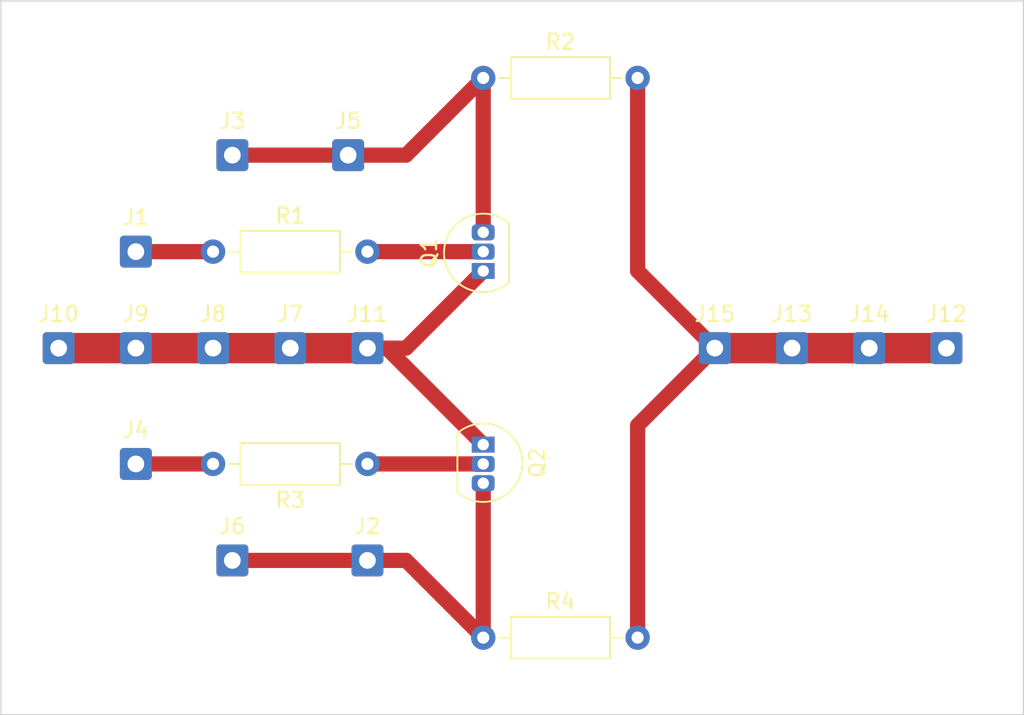
<source format=kicad_pcb>
(kicad_pcb (version 20171130) (host pcbnew 5.1.6-c6e7f7d~87~ubuntu20.04.1)

  (general
    (thickness 1.6)
    (drawings 4)
    (tracks 29)
    (zones 0)
    (modules 21)
    (nets 9)
  )

  (page A4)
  (layers
    (0 F.Cu signal)
    (31 B.Cu signal)
    (32 B.Adhes user)
    (33 F.Adhes user)
    (34 B.Paste user)
    (35 F.Paste user)
    (36 B.SilkS user)
    (37 F.SilkS user)
    (38 B.Mask user)
    (39 F.Mask user)
    (40 Dwgs.User user)
    (41 Cmts.User user)
    (42 Eco1.User user)
    (43 Eco2.User user)
    (44 Edge.Cuts user)
    (45 Margin user)
    (46 B.CrtYd user)
    (47 F.CrtYd user)
    (48 B.Fab user)
    (49 F.Fab user)
  )

  (setup
    (last_trace_width 2)
    (user_trace_width 1)
    (user_trace_width 2)
    (trace_clearance 0.2)
    (zone_clearance 0.508)
    (zone_45_only no)
    (trace_min 0.2)
    (via_size 0.8)
    (via_drill 0.4)
    (via_min_size 0.4)
    (via_min_drill 0.3)
    (uvia_size 0.3)
    (uvia_drill 0.1)
    (uvias_allowed no)
    (uvia_min_size 0.2)
    (uvia_min_drill 0.1)
    (edge_width 0.05)
    (segment_width 0.2)
    (pcb_text_width 0.3)
    (pcb_text_size 1.5 1.5)
    (mod_edge_width 0.12)
    (mod_text_size 1 1)
    (mod_text_width 0.15)
    (pad_size 1.524 1.524)
    (pad_drill 0.762)
    (pad_to_mask_clearance 0.05)
    (aux_axis_origin 0 0)
    (visible_elements FFFFFF7F)
    (pcbplotparams
      (layerselection 0x010fc_ffffffff)
      (usegerberextensions false)
      (usegerberattributes true)
      (usegerberadvancedattributes true)
      (creategerberjobfile true)
      (excludeedgelayer true)
      (linewidth 0.100000)
      (plotframeref true)
      (viasonmask false)
      (mode 1)
      (useauxorigin false)
      (hpglpennumber 1)
      (hpglpenspeed 20)
      (hpglpendiameter 15.000000)
      (psnegative false)
      (psa4output false)
      (plotreference true)
      (plotvalue true)
      (plotinvisibletext false)
      (padsonsilk false)
      (subtractmaskfromsilk false)
      (outputformat 1)
      (mirror false)
      (drillshape 0)
      (scaleselection 1)
      (outputdirectory "gerber/"))
  )

  (net 0 "")
  (net 1 "Net-(J1-Pad1)")
  (net 2 "Net-(J2-Pad1)")
  (net 3 "Net-(J3-Pad1)")
  (net 4 "Net-(J4-Pad1)")
  (net 5 GND)
  (net 6 +5V)
  (net 7 "Net-(Q1-Pad2)")
  (net 8 "Net-(Q2-Pad2)")

  (net_class Default "This is the default net class."
    (clearance 0.2)
    (trace_width 0.25)
    (via_dia 0.8)
    (via_drill 0.4)
    (uvia_dia 0.3)
    (uvia_drill 0.1)
    (add_net +5V)
    (add_net GND)
    (add_net "Net-(J1-Pad1)")
    (add_net "Net-(J2-Pad1)")
    (add_net "Net-(J3-Pad1)")
    (add_net "Net-(J4-Pad1)")
    (add_net "Net-(Q1-Pad2)")
    (add_net "Net-(Q2-Pad2)")
  )

  (module Resistor_THT:R_Axial_DIN0207_L6.3mm_D2.5mm_P10.16mm_Horizontal (layer F.Cu) (tedit 5AE5139B) (tstamp 5F9EF86A)
    (at 134.62 99.06)
    (descr "Resistor, Axial_DIN0207 series, Axial, Horizontal, pin pitch=10.16mm, 0.25W = 1/4W, length*diameter=6.3*2.5mm^2, http://cdn-reichelt.de/documents/datenblatt/B400/1_4W%23YAG.pdf")
    (tags "Resistor Axial_DIN0207 series Axial Horizontal pin pitch 10.16mm 0.25W = 1/4W length 6.3mm diameter 2.5mm")
    (path /5F8FB320)
    (fp_text reference R4 (at 5.08 -2.37) (layer F.SilkS)
      (effects (font (size 1 1) (thickness 0.15)))
    )
    (fp_text value 1000 (at 5.08 2.37) (layer F.Fab)
      (effects (font (size 1 1) (thickness 0.15)))
    )
    (fp_text user %R (at 5.08 0) (layer F.Fab)
      (effects (font (size 1 1) (thickness 0.15)))
    )
    (fp_line (start 1.93 -1.25) (end 1.93 1.25) (layer F.Fab) (width 0.1))
    (fp_line (start 1.93 1.25) (end 8.23 1.25) (layer F.Fab) (width 0.1))
    (fp_line (start 8.23 1.25) (end 8.23 -1.25) (layer F.Fab) (width 0.1))
    (fp_line (start 8.23 -1.25) (end 1.93 -1.25) (layer F.Fab) (width 0.1))
    (fp_line (start 0 0) (end 1.93 0) (layer F.Fab) (width 0.1))
    (fp_line (start 10.16 0) (end 8.23 0) (layer F.Fab) (width 0.1))
    (fp_line (start 1.81 -1.37) (end 1.81 1.37) (layer F.SilkS) (width 0.12))
    (fp_line (start 1.81 1.37) (end 8.35 1.37) (layer F.SilkS) (width 0.12))
    (fp_line (start 8.35 1.37) (end 8.35 -1.37) (layer F.SilkS) (width 0.12))
    (fp_line (start 8.35 -1.37) (end 1.81 -1.37) (layer F.SilkS) (width 0.12))
    (fp_line (start 1.04 0) (end 1.81 0) (layer F.SilkS) (width 0.12))
    (fp_line (start 9.12 0) (end 8.35 0) (layer F.SilkS) (width 0.12))
    (fp_line (start -1.05 -1.5) (end -1.05 1.5) (layer F.CrtYd) (width 0.05))
    (fp_line (start -1.05 1.5) (end 11.21 1.5) (layer F.CrtYd) (width 0.05))
    (fp_line (start 11.21 1.5) (end 11.21 -1.5) (layer F.CrtYd) (width 0.05))
    (fp_line (start 11.21 -1.5) (end -1.05 -1.5) (layer F.CrtYd) (width 0.05))
    (pad 2 thru_hole oval (at 10.16 0) (size 1.6 1.6) (drill 0.8) (layers *.Cu *.Mask)
      (net 6 +5V))
    (pad 1 thru_hole circle (at 0 0) (size 1.6 1.6) (drill 0.8) (layers *.Cu *.Mask)
      (net 2 "Net-(J2-Pad1)"))
    (model ${KISYS3DMOD}/Resistor_THT.3dshapes/R_Axial_DIN0207_L6.3mm_D2.5mm_P10.16mm_Horizontal.wrl
      (at (xyz 0 0 0))
      (scale (xyz 1 1 1))
      (rotate (xyz 0 0 0))
    )
  )

  (module Resistor_THT:R_Axial_DIN0207_L6.3mm_D2.5mm_P10.16mm_Horizontal (layer F.Cu) (tedit 5AE5139B) (tstamp 5F9EF853)
    (at 127 87.63 180)
    (descr "Resistor, Axial_DIN0207 series, Axial, Horizontal, pin pitch=10.16mm, 0.25W = 1/4W, length*diameter=6.3*2.5mm^2, http://cdn-reichelt.de/documents/datenblatt/B400/1_4W%23YAG.pdf")
    (tags "Resistor Axial_DIN0207 series Axial Horizontal pin pitch 10.16mm 0.25W = 1/4W length 6.3mm diameter 2.5mm")
    (path /5F8FB2D2)
    (fp_text reference R3 (at 5.08 -2.37) (layer F.SilkS)
      (effects (font (size 1 1) (thickness 0.15)))
    )
    (fp_text value 1000 (at 5.08 2.37) (layer F.Fab)
      (effects (font (size 1 1) (thickness 0.15)))
    )
    (fp_text user %R (at 5.08 0) (layer F.Fab)
      (effects (font (size 1 1) (thickness 0.15)))
    )
    (fp_line (start 1.93 -1.25) (end 1.93 1.25) (layer F.Fab) (width 0.1))
    (fp_line (start 1.93 1.25) (end 8.23 1.25) (layer F.Fab) (width 0.1))
    (fp_line (start 8.23 1.25) (end 8.23 -1.25) (layer F.Fab) (width 0.1))
    (fp_line (start 8.23 -1.25) (end 1.93 -1.25) (layer F.Fab) (width 0.1))
    (fp_line (start 0 0) (end 1.93 0) (layer F.Fab) (width 0.1))
    (fp_line (start 10.16 0) (end 8.23 0) (layer F.Fab) (width 0.1))
    (fp_line (start 1.81 -1.37) (end 1.81 1.37) (layer F.SilkS) (width 0.12))
    (fp_line (start 1.81 1.37) (end 8.35 1.37) (layer F.SilkS) (width 0.12))
    (fp_line (start 8.35 1.37) (end 8.35 -1.37) (layer F.SilkS) (width 0.12))
    (fp_line (start 8.35 -1.37) (end 1.81 -1.37) (layer F.SilkS) (width 0.12))
    (fp_line (start 1.04 0) (end 1.81 0) (layer F.SilkS) (width 0.12))
    (fp_line (start 9.12 0) (end 8.35 0) (layer F.SilkS) (width 0.12))
    (fp_line (start -1.05 -1.5) (end -1.05 1.5) (layer F.CrtYd) (width 0.05))
    (fp_line (start -1.05 1.5) (end 11.21 1.5) (layer F.CrtYd) (width 0.05))
    (fp_line (start 11.21 1.5) (end 11.21 -1.5) (layer F.CrtYd) (width 0.05))
    (fp_line (start 11.21 -1.5) (end -1.05 -1.5) (layer F.CrtYd) (width 0.05))
    (pad 2 thru_hole oval (at 10.16 0 180) (size 1.6 1.6) (drill 0.8) (layers *.Cu *.Mask)
      (net 4 "Net-(J4-Pad1)"))
    (pad 1 thru_hole circle (at 0 0 180) (size 1.6 1.6) (drill 0.8) (layers *.Cu *.Mask)
      (net 8 "Net-(Q2-Pad2)"))
    (model ${KISYS3DMOD}/Resistor_THT.3dshapes/R_Axial_DIN0207_L6.3mm_D2.5mm_P10.16mm_Horizontal.wrl
      (at (xyz 0 0 0))
      (scale (xyz 1 1 1))
      (rotate (xyz 0 0 0))
    )
  )

  (module Resistor_THT:R_Axial_DIN0207_L6.3mm_D2.5mm_P10.16mm_Horizontal (layer F.Cu) (tedit 5AE5139B) (tstamp 5F9EF83C)
    (at 134.62 62.23)
    (descr "Resistor, Axial_DIN0207 series, Axial, Horizontal, pin pitch=10.16mm, 0.25W = 1/4W, length*diameter=6.3*2.5mm^2, http://cdn-reichelt.de/documents/datenblatt/B400/1_4W%23YAG.pdf")
    (tags "Resistor Axial_DIN0207 series Axial Horizontal pin pitch 10.16mm 0.25W = 1/4W length 6.3mm diameter 2.5mm")
    (path /5F8EC374)
    (fp_text reference R2 (at 5.08 -2.37) (layer F.SilkS)
      (effects (font (size 1 1) (thickness 0.15)))
    )
    (fp_text value 1000 (at 5.08 2.37) (layer F.Fab)
      (effects (font (size 1 1) (thickness 0.15)))
    )
    (fp_text user %R (at 5.08 0) (layer F.Fab)
      (effects (font (size 1 1) (thickness 0.15)))
    )
    (fp_line (start 1.93 -1.25) (end 1.93 1.25) (layer F.Fab) (width 0.1))
    (fp_line (start 1.93 1.25) (end 8.23 1.25) (layer F.Fab) (width 0.1))
    (fp_line (start 8.23 1.25) (end 8.23 -1.25) (layer F.Fab) (width 0.1))
    (fp_line (start 8.23 -1.25) (end 1.93 -1.25) (layer F.Fab) (width 0.1))
    (fp_line (start 0 0) (end 1.93 0) (layer F.Fab) (width 0.1))
    (fp_line (start 10.16 0) (end 8.23 0) (layer F.Fab) (width 0.1))
    (fp_line (start 1.81 -1.37) (end 1.81 1.37) (layer F.SilkS) (width 0.12))
    (fp_line (start 1.81 1.37) (end 8.35 1.37) (layer F.SilkS) (width 0.12))
    (fp_line (start 8.35 1.37) (end 8.35 -1.37) (layer F.SilkS) (width 0.12))
    (fp_line (start 8.35 -1.37) (end 1.81 -1.37) (layer F.SilkS) (width 0.12))
    (fp_line (start 1.04 0) (end 1.81 0) (layer F.SilkS) (width 0.12))
    (fp_line (start 9.12 0) (end 8.35 0) (layer F.SilkS) (width 0.12))
    (fp_line (start -1.05 -1.5) (end -1.05 1.5) (layer F.CrtYd) (width 0.05))
    (fp_line (start -1.05 1.5) (end 11.21 1.5) (layer F.CrtYd) (width 0.05))
    (fp_line (start 11.21 1.5) (end 11.21 -1.5) (layer F.CrtYd) (width 0.05))
    (fp_line (start 11.21 -1.5) (end -1.05 -1.5) (layer F.CrtYd) (width 0.05))
    (pad 2 thru_hole oval (at 10.16 0) (size 1.6 1.6) (drill 0.8) (layers *.Cu *.Mask)
      (net 6 +5V))
    (pad 1 thru_hole circle (at 0 0) (size 1.6 1.6) (drill 0.8) (layers *.Cu *.Mask)
      (net 3 "Net-(J3-Pad1)"))
    (model ${KISYS3DMOD}/Resistor_THT.3dshapes/R_Axial_DIN0207_L6.3mm_D2.5mm_P10.16mm_Horizontal.wrl
      (at (xyz 0 0 0))
      (scale (xyz 1 1 1))
      (rotate (xyz 0 0 0))
    )
  )

  (module Resistor_THT:R_Axial_DIN0207_L6.3mm_D2.5mm_P10.16mm_Horizontal (layer F.Cu) (tedit 5AE5139B) (tstamp 5F9EF825)
    (at 116.84 73.66)
    (descr "Resistor, Axial_DIN0207 series, Axial, Horizontal, pin pitch=10.16mm, 0.25W = 1/4W, length*diameter=6.3*2.5mm^2, http://cdn-reichelt.de/documents/datenblatt/B400/1_4W%23YAG.pdf")
    (tags "Resistor Axial_DIN0207 series Axial Horizontal pin pitch 10.16mm 0.25W = 1/4W length 6.3mm diameter 2.5mm")
    (path /5F902E4D)
    (fp_text reference R1 (at 5.08 -2.37) (layer F.SilkS)
      (effects (font (size 1 1) (thickness 0.15)))
    )
    (fp_text value 1000 (at 5.08 2.37) (layer F.Fab)
      (effects (font (size 1 1) (thickness 0.15)))
    )
    (fp_text user %R (at 5.08 0) (layer F.Fab)
      (effects (font (size 1 1) (thickness 0.15)))
    )
    (fp_line (start 1.93 -1.25) (end 1.93 1.25) (layer F.Fab) (width 0.1))
    (fp_line (start 1.93 1.25) (end 8.23 1.25) (layer F.Fab) (width 0.1))
    (fp_line (start 8.23 1.25) (end 8.23 -1.25) (layer F.Fab) (width 0.1))
    (fp_line (start 8.23 -1.25) (end 1.93 -1.25) (layer F.Fab) (width 0.1))
    (fp_line (start 0 0) (end 1.93 0) (layer F.Fab) (width 0.1))
    (fp_line (start 10.16 0) (end 8.23 0) (layer F.Fab) (width 0.1))
    (fp_line (start 1.81 -1.37) (end 1.81 1.37) (layer F.SilkS) (width 0.12))
    (fp_line (start 1.81 1.37) (end 8.35 1.37) (layer F.SilkS) (width 0.12))
    (fp_line (start 8.35 1.37) (end 8.35 -1.37) (layer F.SilkS) (width 0.12))
    (fp_line (start 8.35 -1.37) (end 1.81 -1.37) (layer F.SilkS) (width 0.12))
    (fp_line (start 1.04 0) (end 1.81 0) (layer F.SilkS) (width 0.12))
    (fp_line (start 9.12 0) (end 8.35 0) (layer F.SilkS) (width 0.12))
    (fp_line (start -1.05 -1.5) (end -1.05 1.5) (layer F.CrtYd) (width 0.05))
    (fp_line (start -1.05 1.5) (end 11.21 1.5) (layer F.CrtYd) (width 0.05))
    (fp_line (start 11.21 1.5) (end 11.21 -1.5) (layer F.CrtYd) (width 0.05))
    (fp_line (start 11.21 -1.5) (end -1.05 -1.5) (layer F.CrtYd) (width 0.05))
    (pad 2 thru_hole oval (at 10.16 0) (size 1.6 1.6) (drill 0.8) (layers *.Cu *.Mask)
      (net 7 "Net-(Q1-Pad2)"))
    (pad 1 thru_hole circle (at 0 0) (size 1.6 1.6) (drill 0.8) (layers *.Cu *.Mask)
      (net 1 "Net-(J1-Pad1)"))
    (model ${KISYS3DMOD}/Resistor_THT.3dshapes/R_Axial_DIN0207_L6.3mm_D2.5mm_P10.16mm_Horizontal.wrl
      (at (xyz 0 0 0))
      (scale (xyz 1 1 1))
      (rotate (xyz 0 0 0))
    )
  )

  (module Package_TO_SOT_THT:TO-92L_Inline (layer F.Cu) (tedit 5A279A44) (tstamp 5F9EF80E)
    (at 134.62 86.36 270)
    (descr "TO-92L leads in-line (large body variant of TO-92), also known as TO-226, wide, drill 0.75mm (see https://www.diodes.com/assets/Package-Files/TO92L.pdf and http://www.ti.com/lit/an/snoa059/snoa059.pdf)")
    (tags "TO-92L Inline Wide transistor")
    (path /5F8FB2F1)
    (fp_text reference Q2 (at 1.19 -3.56 90) (layer F.SilkS)
      (effects (font (size 1 1) (thickness 0.15)))
    )
    (fp_text value 2n7000 (at 1.19 2.79 90) (layer F.Fab)
      (effects (font (size 1 1) (thickness 0.15)))
    )
    (fp_arc (start 1.19 0) (end 1.19 -2.48) (angle -130.2499344) (layer F.Fab) (width 0.1))
    (fp_arc (start 1.19 0) (end 1.19 -2.48) (angle 129.9527847) (layer F.Fab) (width 0.1))
    (fp_arc (start 1.19 0) (end -0.75 1.7) (angle 262.164354) (layer F.SilkS) (width 0.12))
    (fp_text user %R (at 1.19 -3.56 90) (layer F.Fab)
      (effects (font (size 1 1) (thickness 0.15)))
    )
    (fp_line (start -0.75 1.7) (end 3.1 1.7) (layer F.SilkS) (width 0.12))
    (fp_line (start -0.7 1.6) (end 3.05 1.6) (layer F.Fab) (width 0.1))
    (fp_line (start -1.55 -2.75) (end 3.95 -2.75) (layer F.CrtYd) (width 0.05))
    (fp_line (start -1.55 -2.75) (end -1.55 1.85) (layer F.CrtYd) (width 0.05))
    (fp_line (start 3.95 1.85) (end 3.95 -2.75) (layer F.CrtYd) (width 0.05))
    (fp_line (start 3.95 1.85) (end -1.55 1.85) (layer F.CrtYd) (width 0.05))
    (pad 1 thru_hole rect (at 0 0 270) (size 1.05 1.5) (drill 0.75) (layers *.Cu *.Mask)
      (net 5 GND))
    (pad 3 thru_hole roundrect (at 2.54 0 270) (size 1.05 1.5) (drill 0.75) (layers *.Cu *.Mask) (roundrect_rratio 0.25)
      (net 2 "Net-(J2-Pad1)"))
    (pad 2 thru_hole roundrect (at 1.27 0 270) (size 1.05 1.5) (drill 0.75) (layers *.Cu *.Mask) (roundrect_rratio 0.25)
      (net 8 "Net-(Q2-Pad2)"))
    (model ${KISYS3DMOD}/Package_TO_SOT_THT.3dshapes/TO-92L_Inline.wrl
      (at (xyz 0 0 0))
      (scale (xyz 1 1 1))
      (rotate (xyz 0 0 0))
    )
  )

  (module Package_TO_SOT_THT:TO-92L_Inline (layer F.Cu) (tedit 5A279A44) (tstamp 5F9EF7FD)
    (at 134.62 74.93 90)
    (descr "TO-92L leads in-line (large body variant of TO-92), also known as TO-226, wide, drill 0.75mm (see https://www.diodes.com/assets/Package-Files/TO92L.pdf and http://www.ti.com/lit/an/snoa059/snoa059.pdf)")
    (tags "TO-92L Inline Wide transistor")
    (path /5F8E81D0)
    (fp_text reference Q1 (at 1.19 -3.56 90) (layer F.SilkS)
      (effects (font (size 1 1) (thickness 0.15)))
    )
    (fp_text value 2n7000 (at 1.19 2.79 90) (layer F.Fab)
      (effects (font (size 1 1) (thickness 0.15)))
    )
    (fp_arc (start 1.19 0) (end 1.19 -2.48) (angle -130.2499344) (layer F.Fab) (width 0.1))
    (fp_arc (start 1.19 0) (end 1.19 -2.48) (angle 129.9527847) (layer F.Fab) (width 0.1))
    (fp_arc (start 1.19 0) (end -0.75 1.7) (angle 262.164354) (layer F.SilkS) (width 0.12))
    (fp_text user %R (at 1.19 -3.56 90) (layer F.Fab)
      (effects (font (size 1 1) (thickness 0.15)))
    )
    (fp_line (start -0.75 1.7) (end 3.1 1.7) (layer F.SilkS) (width 0.12))
    (fp_line (start -0.7 1.6) (end 3.05 1.6) (layer F.Fab) (width 0.1))
    (fp_line (start -1.55 -2.75) (end 3.95 -2.75) (layer F.CrtYd) (width 0.05))
    (fp_line (start -1.55 -2.75) (end -1.55 1.85) (layer F.CrtYd) (width 0.05))
    (fp_line (start 3.95 1.85) (end 3.95 -2.75) (layer F.CrtYd) (width 0.05))
    (fp_line (start 3.95 1.85) (end -1.55 1.85) (layer F.CrtYd) (width 0.05))
    (pad 1 thru_hole rect (at 0 0 90) (size 1.05 1.5) (drill 0.75) (layers *.Cu *.Mask)
      (net 5 GND))
    (pad 3 thru_hole roundrect (at 2.54 0 90) (size 1.05 1.5) (drill 0.75) (layers *.Cu *.Mask) (roundrect_rratio 0.25)
      (net 3 "Net-(J3-Pad1)"))
    (pad 2 thru_hole roundrect (at 1.27 0 90) (size 1.05 1.5) (drill 0.75) (layers *.Cu *.Mask) (roundrect_rratio 0.25)
      (net 7 "Net-(Q1-Pad2)"))
    (model ${KISYS3DMOD}/Package_TO_SOT_THT.3dshapes/TO-92L_Inline.wrl
      (at (xyz 0 0 0))
      (scale (xyz 1 1 1))
      (rotate (xyz 0 0 0))
    )
  )

  (module Connector_Wire:SolderWire-0.5sqmm_1x01_D0.9mm_OD2.1mm (layer F.Cu) (tedit 5EB70B43) (tstamp 5F9EF7EC)
    (at 149.86 80.01)
    (descr "Soldered wire connection, for a single 0.5 mm² wire, basic insulation, conductor diameter 0.9mm, outer diameter 2.1mm, size source Multi-Contact FLEXI-E 0.5 (https://ec.staubli.com/AcroFiles/Catalogues/TM_Cab-Main-11014119_(en)_hi.pdf), bend radius 3 times outer diameter, generated with kicad-footprint-generator")
    (tags "connector wire 0.5sqmm")
    (path /5FA17D76)
    (attr virtual)
    (fp_text reference J15 (at 0 -2.25) (layer F.SilkS)
      (effects (font (size 1 1) (thickness 0.15)))
    )
    (fp_text value 5v (at 0 2.25) (layer F.Fab)
      (effects (font (size 1 1) (thickness 0.15)))
    )
    (fp_text user %R (at 0 0) (layer F.Fab)
      (effects (font (size 0.52 0.52) (thickness 0.08)))
    )
    (fp_circle (center 0 0) (end 1.05 0) (layer F.Fab) (width 0.1))
    (fp_line (start -1.8 -1.55) (end -1.8 1.55) (layer F.CrtYd) (width 0.05))
    (fp_line (start -1.8 1.55) (end 1.8 1.55) (layer F.CrtYd) (width 0.05))
    (fp_line (start 1.8 1.55) (end 1.8 -1.55) (layer F.CrtYd) (width 0.05))
    (fp_line (start 1.8 -1.55) (end -1.8 -1.55) (layer F.CrtYd) (width 0.05))
    (pad 1 thru_hole roundrect (at 0 0) (size 2.1 2.1) (drill 1.1) (layers *.Cu *.Mask) (roundrect_rratio 0.119048)
      (net 6 +5V))
    (model ${KISYS3DMOD}/Connector_Wire.3dshapes/SolderWire-0.5sqmm_1x01_D0.9mm_OD2.1mm.wrl
      (at (xyz 0 0 0))
      (scale (xyz 1 1 1))
      (rotate (xyz 0 0 0))
    )
  )

  (module Connector_Wire:SolderWire-0.5sqmm_1x01_D0.9mm_OD2.1mm (layer F.Cu) (tedit 5EB70B43) (tstamp 5F9EF7E1)
    (at 160.02 80.01)
    (descr "Soldered wire connection, for a single 0.5 mm² wire, basic insulation, conductor diameter 0.9mm, outer diameter 2.1mm, size source Multi-Contact FLEXI-E 0.5 (https://ec.staubli.com/AcroFiles/Catalogues/TM_Cab-Main-11014119_(en)_hi.pdf), bend radius 3 times outer diameter, generated with kicad-footprint-generator")
    (tags "connector wire 0.5sqmm")
    (path /5FA178F5)
    (attr virtual)
    (fp_text reference J14 (at 0 -2.25) (layer F.SilkS)
      (effects (font (size 1 1) (thickness 0.15)))
    )
    (fp_text value 5v (at 0 2.25) (layer F.Fab)
      (effects (font (size 1 1) (thickness 0.15)))
    )
    (fp_text user %R (at 0 0) (layer F.Fab)
      (effects (font (size 0.52 0.52) (thickness 0.08)))
    )
    (fp_circle (center 0 0) (end 1.05 0) (layer F.Fab) (width 0.1))
    (fp_line (start -1.8 -1.55) (end -1.8 1.55) (layer F.CrtYd) (width 0.05))
    (fp_line (start -1.8 1.55) (end 1.8 1.55) (layer F.CrtYd) (width 0.05))
    (fp_line (start 1.8 1.55) (end 1.8 -1.55) (layer F.CrtYd) (width 0.05))
    (fp_line (start 1.8 -1.55) (end -1.8 -1.55) (layer F.CrtYd) (width 0.05))
    (pad 1 thru_hole roundrect (at 0 0) (size 2.1 2.1) (drill 1.1) (layers *.Cu *.Mask) (roundrect_rratio 0.119048)
      (net 6 +5V))
    (model ${KISYS3DMOD}/Connector_Wire.3dshapes/SolderWire-0.5sqmm_1x01_D0.9mm_OD2.1mm.wrl
      (at (xyz 0 0 0))
      (scale (xyz 1 1 1))
      (rotate (xyz 0 0 0))
    )
  )

  (module Connector_Wire:SolderWire-0.5sqmm_1x01_D0.9mm_OD2.1mm (layer F.Cu) (tedit 5EB70B43) (tstamp 5F9EF7D6)
    (at 154.94 80.01)
    (descr "Soldered wire connection, for a single 0.5 mm² wire, basic insulation, conductor diameter 0.9mm, outer diameter 2.1mm, size source Multi-Contact FLEXI-E 0.5 (https://ec.staubli.com/AcroFiles/Catalogues/TM_Cab-Main-11014119_(en)_hi.pdf), bend radius 3 times outer diameter, generated with kicad-footprint-generator")
    (tags "connector wire 0.5sqmm")
    (path /5FA171C8)
    (attr virtual)
    (fp_text reference J13 (at 0 -2.25) (layer F.SilkS)
      (effects (font (size 1 1) (thickness 0.15)))
    )
    (fp_text value 5v (at 0 2.25) (layer F.Fab)
      (effects (font (size 1 1) (thickness 0.15)))
    )
    (fp_text user %R (at 0 0) (layer F.Fab)
      (effects (font (size 0.52 0.52) (thickness 0.08)))
    )
    (fp_circle (center 0 0) (end 1.05 0) (layer F.Fab) (width 0.1))
    (fp_line (start -1.8 -1.55) (end -1.8 1.55) (layer F.CrtYd) (width 0.05))
    (fp_line (start -1.8 1.55) (end 1.8 1.55) (layer F.CrtYd) (width 0.05))
    (fp_line (start 1.8 1.55) (end 1.8 -1.55) (layer F.CrtYd) (width 0.05))
    (fp_line (start 1.8 -1.55) (end -1.8 -1.55) (layer F.CrtYd) (width 0.05))
    (pad 1 thru_hole roundrect (at 0 0) (size 2.1 2.1) (drill 1.1) (layers *.Cu *.Mask) (roundrect_rratio 0.119048)
      (net 6 +5V))
    (model ${KISYS3DMOD}/Connector_Wire.3dshapes/SolderWire-0.5sqmm_1x01_D0.9mm_OD2.1mm.wrl
      (at (xyz 0 0 0))
      (scale (xyz 1 1 1))
      (rotate (xyz 0 0 0))
    )
  )

  (module Connector_Wire:SolderWire-0.5sqmm_1x01_D0.9mm_OD2.1mm (layer F.Cu) (tedit 5EB70B43) (tstamp 5F9EF7CB)
    (at 165.1 80.01)
    (descr "Soldered wire connection, for a single 0.5 mm² wire, basic insulation, conductor diameter 0.9mm, outer diameter 2.1mm, size source Multi-Contact FLEXI-E 0.5 (https://ec.staubli.com/AcroFiles/Catalogues/TM_Cab-Main-11014119_(en)_hi.pdf), bend radius 3 times outer diameter, generated with kicad-footprint-generator")
    (tags "connector wire 0.5sqmm")
    (path /5FA10D25)
    (attr virtual)
    (fp_text reference J12 (at 0 -2.25) (layer F.SilkS)
      (effects (font (size 1 1) (thickness 0.15)))
    )
    (fp_text value 5v (at 0 2.25) (layer F.Fab)
      (effects (font (size 1 1) (thickness 0.15)))
    )
    (fp_text user %R (at 0 0) (layer F.Fab)
      (effects (font (size 0.52 0.52) (thickness 0.08)))
    )
    (fp_circle (center 0 0) (end 1.05 0) (layer F.Fab) (width 0.1))
    (fp_line (start -1.8 -1.55) (end -1.8 1.55) (layer F.CrtYd) (width 0.05))
    (fp_line (start -1.8 1.55) (end 1.8 1.55) (layer F.CrtYd) (width 0.05))
    (fp_line (start 1.8 1.55) (end 1.8 -1.55) (layer F.CrtYd) (width 0.05))
    (fp_line (start 1.8 -1.55) (end -1.8 -1.55) (layer F.CrtYd) (width 0.05))
    (pad 1 thru_hole roundrect (at 0 0) (size 2.1 2.1) (drill 1.1) (layers *.Cu *.Mask) (roundrect_rratio 0.119048)
      (net 6 +5V))
    (model ${KISYS3DMOD}/Connector_Wire.3dshapes/SolderWire-0.5sqmm_1x01_D0.9mm_OD2.1mm.wrl
      (at (xyz 0 0 0))
      (scale (xyz 1 1 1))
      (rotate (xyz 0 0 0))
    )
  )

  (module Connector_Wire:SolderWire-0.5sqmm_1x01_D0.9mm_OD2.1mm (layer F.Cu) (tedit 5EB70B43) (tstamp 5F9EF7C0)
    (at 127 80.01)
    (descr "Soldered wire connection, for a single 0.5 mm² wire, basic insulation, conductor diameter 0.9mm, outer diameter 2.1mm, size source Multi-Contact FLEXI-E 0.5 (https://ec.staubli.com/AcroFiles/Catalogues/TM_Cab-Main-11014119_(en)_hi.pdf), bend radius 3 times outer diameter, generated with kicad-footprint-generator")
    (tags "connector wire 0.5sqmm")
    (path /5FA0F3F3)
    (attr virtual)
    (fp_text reference J11 (at 0 -2.25) (layer F.SilkS)
      (effects (font (size 1 1) (thickness 0.15)))
    )
    (fp_text value gnd (at 0 2.25) (layer F.Fab)
      (effects (font (size 1 1) (thickness 0.15)))
    )
    (fp_text user %R (at 0 0) (layer F.Fab)
      (effects (font (size 0.52 0.52) (thickness 0.08)))
    )
    (fp_circle (center 0 0) (end 1.05 0) (layer F.Fab) (width 0.1))
    (fp_line (start -1.8 -1.55) (end -1.8 1.55) (layer F.CrtYd) (width 0.05))
    (fp_line (start -1.8 1.55) (end 1.8 1.55) (layer F.CrtYd) (width 0.05))
    (fp_line (start 1.8 1.55) (end 1.8 -1.55) (layer F.CrtYd) (width 0.05))
    (fp_line (start 1.8 -1.55) (end -1.8 -1.55) (layer F.CrtYd) (width 0.05))
    (pad 1 thru_hole roundrect (at 0 0) (size 2.1 2.1) (drill 1.1) (layers *.Cu *.Mask) (roundrect_rratio 0.119048)
      (net 5 GND))
    (model ${KISYS3DMOD}/Connector_Wire.3dshapes/SolderWire-0.5sqmm_1x01_D0.9mm_OD2.1mm.wrl
      (at (xyz 0 0 0))
      (scale (xyz 1 1 1))
      (rotate (xyz 0 0 0))
    )
  )

  (module Connector_Wire:SolderWire-0.5sqmm_1x01_D0.9mm_OD2.1mm (layer F.Cu) (tedit 5EB70B43) (tstamp 5F9EF7B5)
    (at 106.68 80.01)
    (descr "Soldered wire connection, for a single 0.5 mm² wire, basic insulation, conductor diameter 0.9mm, outer diameter 2.1mm, size source Multi-Contact FLEXI-E 0.5 (https://ec.staubli.com/AcroFiles/Catalogues/TM_Cab-Main-11014119_(en)_hi.pdf), bend radius 3 times outer diameter, generated with kicad-footprint-generator")
    (tags "connector wire 0.5sqmm")
    (path /5FA0EF1E)
    (attr virtual)
    (fp_text reference J10 (at 0 -2.25) (layer F.SilkS)
      (effects (font (size 1 1) (thickness 0.15)))
    )
    (fp_text value gnd (at 0 2.25) (layer F.Fab)
      (effects (font (size 1 1) (thickness 0.15)))
    )
    (fp_text user %R (at 0 0) (layer F.Fab)
      (effects (font (size 0.52 0.52) (thickness 0.08)))
    )
    (fp_circle (center 0 0) (end 1.05 0) (layer F.Fab) (width 0.1))
    (fp_line (start -1.8 -1.55) (end -1.8 1.55) (layer F.CrtYd) (width 0.05))
    (fp_line (start -1.8 1.55) (end 1.8 1.55) (layer F.CrtYd) (width 0.05))
    (fp_line (start 1.8 1.55) (end 1.8 -1.55) (layer F.CrtYd) (width 0.05))
    (fp_line (start 1.8 -1.55) (end -1.8 -1.55) (layer F.CrtYd) (width 0.05))
    (pad 1 thru_hole roundrect (at 0 0) (size 2.1 2.1) (drill 1.1) (layers *.Cu *.Mask) (roundrect_rratio 0.119048)
      (net 5 GND))
    (model ${KISYS3DMOD}/Connector_Wire.3dshapes/SolderWire-0.5sqmm_1x01_D0.9mm_OD2.1mm.wrl
      (at (xyz 0 0 0))
      (scale (xyz 1 1 1))
      (rotate (xyz 0 0 0))
    )
  )

  (module Connector_Wire:SolderWire-0.5sqmm_1x01_D0.9mm_OD2.1mm (layer F.Cu) (tedit 5EB70B43) (tstamp 5F9EF7AA)
    (at 111.76 80.01)
    (descr "Soldered wire connection, for a single 0.5 mm² wire, basic insulation, conductor diameter 0.9mm, outer diameter 2.1mm, size source Multi-Contact FLEXI-E 0.5 (https://ec.staubli.com/AcroFiles/Catalogues/TM_Cab-Main-11014119_(en)_hi.pdf), bend radius 3 times outer diameter, generated with kicad-footprint-generator")
    (tags "connector wire 0.5sqmm")
    (path /5FA0EA7D)
    (attr virtual)
    (fp_text reference J9 (at 0 -2.25) (layer F.SilkS)
      (effects (font (size 1 1) (thickness 0.15)))
    )
    (fp_text value gnd (at 0 2.25) (layer F.Fab)
      (effects (font (size 1 1) (thickness 0.15)))
    )
    (fp_text user %R (at 0 0) (layer F.Fab)
      (effects (font (size 0.52 0.52) (thickness 0.08)))
    )
    (fp_circle (center 0 0) (end 1.05 0) (layer F.Fab) (width 0.1))
    (fp_line (start -1.8 -1.55) (end -1.8 1.55) (layer F.CrtYd) (width 0.05))
    (fp_line (start -1.8 1.55) (end 1.8 1.55) (layer F.CrtYd) (width 0.05))
    (fp_line (start 1.8 1.55) (end 1.8 -1.55) (layer F.CrtYd) (width 0.05))
    (fp_line (start 1.8 -1.55) (end -1.8 -1.55) (layer F.CrtYd) (width 0.05))
    (pad 1 thru_hole roundrect (at 0 0) (size 2.1 2.1) (drill 1.1) (layers *.Cu *.Mask) (roundrect_rratio 0.119048)
      (net 5 GND))
    (model ${KISYS3DMOD}/Connector_Wire.3dshapes/SolderWire-0.5sqmm_1x01_D0.9mm_OD2.1mm.wrl
      (at (xyz 0 0 0))
      (scale (xyz 1 1 1))
      (rotate (xyz 0 0 0))
    )
  )

  (module Connector_Wire:SolderWire-0.5sqmm_1x01_D0.9mm_OD2.1mm (layer F.Cu) (tedit 5EB70B43) (tstamp 5F9EF79F)
    (at 116.84 80.01)
    (descr "Soldered wire connection, for a single 0.5 mm² wire, basic insulation, conductor diameter 0.9mm, outer diameter 2.1mm, size source Multi-Contact FLEXI-E 0.5 (https://ec.staubli.com/AcroFiles/Catalogues/TM_Cab-Main-11014119_(en)_hi.pdf), bend radius 3 times outer diameter, generated with kicad-footprint-generator")
    (tags "connector wire 0.5sqmm")
    (path /5FA0BC02)
    (attr virtual)
    (fp_text reference J8 (at 0 -2.25) (layer F.SilkS)
      (effects (font (size 1 1) (thickness 0.15)))
    )
    (fp_text value gnd (at 0 2.25) (layer F.Fab)
      (effects (font (size 1 1) (thickness 0.15)))
    )
    (fp_text user %R (at 0 0) (layer F.Fab)
      (effects (font (size 0.52 0.52) (thickness 0.08)))
    )
    (fp_circle (center 0 0) (end 1.05 0) (layer F.Fab) (width 0.1))
    (fp_line (start -1.8 -1.55) (end -1.8 1.55) (layer F.CrtYd) (width 0.05))
    (fp_line (start -1.8 1.55) (end 1.8 1.55) (layer F.CrtYd) (width 0.05))
    (fp_line (start 1.8 1.55) (end 1.8 -1.55) (layer F.CrtYd) (width 0.05))
    (fp_line (start 1.8 -1.55) (end -1.8 -1.55) (layer F.CrtYd) (width 0.05))
    (pad 1 thru_hole roundrect (at 0 0) (size 2.1 2.1) (drill 1.1) (layers *.Cu *.Mask) (roundrect_rratio 0.119048)
      (net 5 GND))
    (model ${KISYS3DMOD}/Connector_Wire.3dshapes/SolderWire-0.5sqmm_1x01_D0.9mm_OD2.1mm.wrl
      (at (xyz 0 0 0))
      (scale (xyz 1 1 1))
      (rotate (xyz 0 0 0))
    )
  )

  (module Connector_Wire:SolderWire-0.5sqmm_1x01_D0.9mm_OD2.1mm (layer F.Cu) (tedit 5EB70B43) (tstamp 5F9EF794)
    (at 121.92 80.01)
    (descr "Soldered wire connection, for a single 0.5 mm² wire, basic insulation, conductor diameter 0.9mm, outer diameter 2.1mm, size source Multi-Contact FLEXI-E 0.5 (https://ec.staubli.com/AcroFiles/Catalogues/TM_Cab-Main-11014119_(en)_hi.pdf), bend radius 3 times outer diameter, generated with kicad-footprint-generator")
    (tags "connector wire 0.5sqmm")
    (path /5FA0B00F)
    (attr virtual)
    (fp_text reference J7 (at 0 -2.25) (layer F.SilkS)
      (effects (font (size 1 1) (thickness 0.15)))
    )
    (fp_text value gnd (at 0 2.25) (layer F.Fab)
      (effects (font (size 1 1) (thickness 0.15)))
    )
    (fp_text user %R (at 0 0) (layer F.Fab)
      (effects (font (size 0.52 0.52) (thickness 0.08)))
    )
    (fp_circle (center 0 0) (end 1.05 0) (layer F.Fab) (width 0.1))
    (fp_line (start -1.8 -1.55) (end -1.8 1.55) (layer F.CrtYd) (width 0.05))
    (fp_line (start -1.8 1.55) (end 1.8 1.55) (layer F.CrtYd) (width 0.05))
    (fp_line (start 1.8 1.55) (end 1.8 -1.55) (layer F.CrtYd) (width 0.05))
    (fp_line (start 1.8 -1.55) (end -1.8 -1.55) (layer F.CrtYd) (width 0.05))
    (pad 1 thru_hole roundrect (at 0 0) (size 2.1 2.1) (drill 1.1) (layers *.Cu *.Mask) (roundrect_rratio 0.119048)
      (net 5 GND))
    (model ${KISYS3DMOD}/Connector_Wire.3dshapes/SolderWire-0.5sqmm_1x01_D0.9mm_OD2.1mm.wrl
      (at (xyz 0 0 0))
      (scale (xyz 1 1 1))
      (rotate (xyz 0 0 0))
    )
  )

  (module Connector_Wire:SolderWire-0.5sqmm_1x01_D0.9mm_OD2.1mm (layer F.Cu) (tedit 5EB70B43) (tstamp 5F9EF789)
    (at 118.11 93.98)
    (descr "Soldered wire connection, for a single 0.5 mm² wire, basic insulation, conductor diameter 0.9mm, outer diameter 2.1mm, size source Multi-Contact FLEXI-E 0.5 (https://ec.staubli.com/AcroFiles/Catalogues/TM_Cab-Main-11014119_(en)_hi.pdf), bend radius 3 times outer diameter, generated with kicad-footprint-generator")
    (tags "connector wire 0.5sqmm")
    (path /5F8FB32E)
    (attr virtual)
    (fp_text reference J6 (at 0 -2.25) (layer F.SilkS)
      (effects (font (size 1 1) (thickness 0.15)))
    )
    (fp_text value clock-output (at 0 2.25) (layer F.Fab)
      (effects (font (size 1 1) (thickness 0.15)))
    )
    (fp_text user %R (at 0 0) (layer F.Fab)
      (effects (font (size 0.52 0.52) (thickness 0.08)))
    )
    (fp_circle (center 0 0) (end 1.05 0) (layer F.Fab) (width 0.1))
    (fp_line (start -1.8 -1.55) (end -1.8 1.55) (layer F.CrtYd) (width 0.05))
    (fp_line (start -1.8 1.55) (end 1.8 1.55) (layer F.CrtYd) (width 0.05))
    (fp_line (start 1.8 1.55) (end 1.8 -1.55) (layer F.CrtYd) (width 0.05))
    (fp_line (start 1.8 -1.55) (end -1.8 -1.55) (layer F.CrtYd) (width 0.05))
    (pad 1 thru_hole roundrect (at 0 0) (size 2.1 2.1) (drill 1.1) (layers *.Cu *.Mask) (roundrect_rratio 0.119048)
      (net 2 "Net-(J2-Pad1)"))
    (model ${KISYS3DMOD}/Connector_Wire.3dshapes/SolderWire-0.5sqmm_1x01_D0.9mm_OD2.1mm.wrl
      (at (xyz 0 0 0))
      (scale (xyz 1 1 1))
      (rotate (xyz 0 0 0))
    )
  )

  (module Connector_Wire:SolderWire-0.5sqmm_1x01_D0.9mm_OD2.1mm (layer F.Cu) (tedit 5EB70B43) (tstamp 5F9EF77E)
    (at 125.73 67.31)
    (descr "Soldered wire connection, for a single 0.5 mm² wire, basic insulation, conductor diameter 0.9mm, outer diameter 2.1mm, size source Multi-Contact FLEXI-E 0.5 (https://ec.staubli.com/AcroFiles/Catalogues/TM_Cab-Main-11014119_(en)_hi.pdf), bend radius 3 times outer diameter, generated with kicad-footprint-generator")
    (tags "connector wire 0.5sqmm")
    (path /5FA05738)
    (attr virtual)
    (fp_text reference J5 (at 0 -2.25) (layer F.SilkS)
      (effects (font (size 1 1) (thickness 0.15)))
    )
    (fp_text value data-output (at 0 2.25) (layer F.Fab)
      (effects (font (size 1 1) (thickness 0.15)))
    )
    (fp_text user %R (at 0 0) (layer F.Fab)
      (effects (font (size 0.52 0.52) (thickness 0.08)))
    )
    (fp_circle (center 0 0) (end 1.05 0) (layer F.Fab) (width 0.1))
    (fp_line (start -1.8 -1.55) (end -1.8 1.55) (layer F.CrtYd) (width 0.05))
    (fp_line (start -1.8 1.55) (end 1.8 1.55) (layer F.CrtYd) (width 0.05))
    (fp_line (start 1.8 1.55) (end 1.8 -1.55) (layer F.CrtYd) (width 0.05))
    (fp_line (start 1.8 -1.55) (end -1.8 -1.55) (layer F.CrtYd) (width 0.05))
    (pad 1 thru_hole roundrect (at 0 0) (size 2.1 2.1) (drill 1.1) (layers *.Cu *.Mask) (roundrect_rratio 0.119048)
      (net 3 "Net-(J3-Pad1)"))
    (model ${KISYS3DMOD}/Connector_Wire.3dshapes/SolderWire-0.5sqmm_1x01_D0.9mm_OD2.1mm.wrl
      (at (xyz 0 0 0))
      (scale (xyz 1 1 1))
      (rotate (xyz 0 0 0))
    )
  )

  (module Connector_Wire:SolderWire-0.5sqmm_1x01_D0.9mm_OD2.1mm (layer F.Cu) (tedit 5EB70B43) (tstamp 5F9EF773)
    (at 111.76 87.63)
    (descr "Soldered wire connection, for a single 0.5 mm² wire, basic insulation, conductor diameter 0.9mm, outer diameter 2.1mm, size source Multi-Contact FLEXI-E 0.5 (https://ec.staubli.com/AcroFiles/Catalogues/TM_Cab-Main-11014119_(en)_hi.pdf), bend radius 3 times outer diameter, generated with kicad-footprint-generator")
    (tags "connector wire 0.5sqmm")
    (path /5F8FB2E0)
    (attr virtual)
    (fp_text reference J4 (at 0 -2.25) (layer F.SilkS)
      (effects (font (size 1 1) (thickness 0.15)))
    )
    (fp_text value clock-input (at 0 2.25) (layer F.Fab)
      (effects (font (size 1 1) (thickness 0.15)))
    )
    (fp_text user %R (at 0 0) (layer F.Fab)
      (effects (font (size 0.52 0.52) (thickness 0.08)))
    )
    (fp_circle (center 0 0) (end 1.05 0) (layer F.Fab) (width 0.1))
    (fp_line (start -1.8 -1.55) (end -1.8 1.55) (layer F.CrtYd) (width 0.05))
    (fp_line (start -1.8 1.55) (end 1.8 1.55) (layer F.CrtYd) (width 0.05))
    (fp_line (start 1.8 1.55) (end 1.8 -1.55) (layer F.CrtYd) (width 0.05))
    (fp_line (start 1.8 -1.55) (end -1.8 -1.55) (layer F.CrtYd) (width 0.05))
    (pad 1 thru_hole roundrect (at 0 0) (size 2.1 2.1) (drill 1.1) (layers *.Cu *.Mask) (roundrect_rratio 0.119048)
      (net 4 "Net-(J4-Pad1)"))
    (model ${KISYS3DMOD}/Connector_Wire.3dshapes/SolderWire-0.5sqmm_1x01_D0.9mm_OD2.1mm.wrl
      (at (xyz 0 0 0))
      (scale (xyz 1 1 1))
      (rotate (xyz 0 0 0))
    )
  )

  (module Connector_Wire:SolderWire-0.5sqmm_1x01_D0.9mm_OD2.1mm (layer F.Cu) (tedit 5EB70B43) (tstamp 5F9EF768)
    (at 118.11 67.31)
    (descr "Soldered wire connection, for a single 0.5 mm² wire, basic insulation, conductor diameter 0.9mm, outer diameter 2.1mm, size source Multi-Contact FLEXI-E 0.5 (https://ec.staubli.com/AcroFiles/Catalogues/TM_Cab-Main-11014119_(en)_hi.pdf), bend radius 3 times outer diameter, generated with kicad-footprint-generator")
    (tags "connector wire 0.5sqmm")
    (path /5F8ECB08)
    (attr virtual)
    (fp_text reference J3 (at 0 -2.25) (layer F.SilkS)
      (effects (font (size 1 1) (thickness 0.15)))
    )
    (fp_text value data-output (at 0 2.25) (layer F.Fab)
      (effects (font (size 1 1) (thickness 0.15)))
    )
    (fp_text user %R (at 0 0) (layer F.Fab)
      (effects (font (size 0.52 0.52) (thickness 0.08)))
    )
    (fp_circle (center 0 0) (end 1.05 0) (layer F.Fab) (width 0.1))
    (fp_line (start -1.8 -1.55) (end -1.8 1.55) (layer F.CrtYd) (width 0.05))
    (fp_line (start -1.8 1.55) (end 1.8 1.55) (layer F.CrtYd) (width 0.05))
    (fp_line (start 1.8 1.55) (end 1.8 -1.55) (layer F.CrtYd) (width 0.05))
    (fp_line (start 1.8 -1.55) (end -1.8 -1.55) (layer F.CrtYd) (width 0.05))
    (pad 1 thru_hole roundrect (at 0 0) (size 2.1 2.1) (drill 1.1) (layers *.Cu *.Mask) (roundrect_rratio 0.119048)
      (net 3 "Net-(J3-Pad1)"))
    (model ${KISYS3DMOD}/Connector_Wire.3dshapes/SolderWire-0.5sqmm_1x01_D0.9mm_OD2.1mm.wrl
      (at (xyz 0 0 0))
      (scale (xyz 1 1 1))
      (rotate (xyz 0 0 0))
    )
  )

  (module Connector_Wire:SolderWire-0.5sqmm_1x01_D0.9mm_OD2.1mm (layer F.Cu) (tedit 5EB70B43) (tstamp 5F9EF75D)
    (at 127 93.98)
    (descr "Soldered wire connection, for a single 0.5 mm² wire, basic insulation, conductor diameter 0.9mm, outer diameter 2.1mm, size source Multi-Contact FLEXI-E 0.5 (https://ec.staubli.com/AcroFiles/Catalogues/TM_Cab-Main-11014119_(en)_hi.pdf), bend radius 3 times outer diameter, generated with kicad-footprint-generator")
    (tags "connector wire 0.5sqmm")
    (path /5FA0685D)
    (attr virtual)
    (fp_text reference J2 (at 0 -2.25) (layer F.SilkS)
      (effects (font (size 1 1) (thickness 0.15)))
    )
    (fp_text value clock-output (at 0 2.25) (layer F.Fab)
      (effects (font (size 1 1) (thickness 0.15)))
    )
    (fp_text user %R (at 0 0) (layer F.Fab)
      (effects (font (size 0.52 0.52) (thickness 0.08)))
    )
    (fp_circle (center 0 0) (end 1.05 0) (layer F.Fab) (width 0.1))
    (fp_line (start -1.8 -1.55) (end -1.8 1.55) (layer F.CrtYd) (width 0.05))
    (fp_line (start -1.8 1.55) (end 1.8 1.55) (layer F.CrtYd) (width 0.05))
    (fp_line (start 1.8 1.55) (end 1.8 -1.55) (layer F.CrtYd) (width 0.05))
    (fp_line (start 1.8 -1.55) (end -1.8 -1.55) (layer F.CrtYd) (width 0.05))
    (pad 1 thru_hole roundrect (at 0 0) (size 2.1 2.1) (drill 1.1) (layers *.Cu *.Mask) (roundrect_rratio 0.119048)
      (net 2 "Net-(J2-Pad1)"))
    (model ${KISYS3DMOD}/Connector_Wire.3dshapes/SolderWire-0.5sqmm_1x01_D0.9mm_OD2.1mm.wrl
      (at (xyz 0 0 0))
      (scale (xyz 1 1 1))
      (rotate (xyz 0 0 0))
    )
  )

  (module Connector_Wire:SolderWire-0.5sqmm_1x01_D0.9mm_OD2.1mm (layer F.Cu) (tedit 5EB70B43) (tstamp 5F9EF752)
    (at 111.76 73.66)
    (descr "Soldered wire connection, for a single 0.5 mm² wire, basic insulation, conductor diameter 0.9mm, outer diameter 2.1mm, size source Multi-Contact FLEXI-E 0.5 (https://ec.staubli.com/AcroFiles/Catalogues/TM_Cab-Main-11014119_(en)_hi.pdf), bend radius 3 times outer diameter, generated with kicad-footprint-generator")
    (tags "connector wire 0.5sqmm")
    (path /5F8E7CBC)
    (attr virtual)
    (fp_text reference J1 (at 0 -2.25) (layer F.SilkS)
      (effects (font (size 1 1) (thickness 0.15)))
    )
    (fp_text value data-input (at 0 2.25) (layer F.Fab)
      (effects (font (size 1 1) (thickness 0.15)))
    )
    (fp_text user %R (at 0 0) (layer F.Fab)
      (effects (font (size 0.52 0.52) (thickness 0.08)))
    )
    (fp_circle (center 0 0) (end 1.05 0) (layer F.Fab) (width 0.1))
    (fp_line (start -1.8 -1.55) (end -1.8 1.55) (layer F.CrtYd) (width 0.05))
    (fp_line (start -1.8 1.55) (end 1.8 1.55) (layer F.CrtYd) (width 0.05))
    (fp_line (start 1.8 1.55) (end 1.8 -1.55) (layer F.CrtYd) (width 0.05))
    (fp_line (start 1.8 -1.55) (end -1.8 -1.55) (layer F.CrtYd) (width 0.05))
    (pad 1 thru_hole roundrect (at 0 0) (size 2.1 2.1) (drill 1.1) (layers *.Cu *.Mask) (roundrect_rratio 0.119048)
      (net 1 "Net-(J1-Pad1)"))
    (model ${KISYS3DMOD}/Connector_Wire.3dshapes/SolderWire-0.5sqmm_1x01_D0.9mm_OD2.1mm.wrl
      (at (xyz 0 0 0))
      (scale (xyz 1 1 1))
      (rotate (xyz 0 0 0))
    )
  )

  (gr_line (start 170.18 57.15) (end 170.18 104.14) (layer Edge.Cuts) (width 0.1))
  (gr_line (start 102.87 57.15) (end 170.18 57.15) (layer Edge.Cuts) (width 0.1))
  (gr_line (start 102.87 104.14) (end 102.87 57.15) (layer Edge.Cuts) (width 0.1))
  (gr_line (start 170.18 104.14) (end 102.87 104.14) (layer Edge.Cuts) (width 0.1))

  (segment (start 111.76 73.66) (end 116.84 73.66) (width 1) (layer F.Cu) (net 1))
  (segment (start 134.62 88.9) (end 134.62 99.06) (width 1) (layer F.Cu) (net 2))
  (segment (start 118.11 93.98) (end 127 93.98) (width 1) (layer F.Cu) (net 2))
  (segment (start 129.54 93.98) (end 134.62 99.06) (width 1) (layer F.Cu) (net 2))
  (segment (start 127 93.98) (end 129.54 93.98) (width 1) (layer F.Cu) (net 2))
  (segment (start 134.62 62.23) (end 134.62 72.39) (width 1) (layer F.Cu) (net 3))
  (segment (start 118.11 67.31) (end 125.73 67.31) (width 1) (layer F.Cu) (net 3))
  (segment (start 129.54 67.31) (end 134.62 62.23) (width 1) (layer F.Cu) (net 3))
  (segment (start 125.73 67.31) (end 129.54 67.31) (width 1) (layer F.Cu) (net 3))
  (segment (start 111.76 87.63) (end 116.84 87.63) (width 1) (layer F.Cu) (net 4))
  (segment (start 129.54 80.01) (end 134.62 74.93) (width 1) (layer F.Cu) (net 5))
  (segment (start 127 80.01) (end 129.54 80.01) (width 1) (layer F.Cu) (net 5))
  (segment (start 128.27 80.01) (end 134.62 86.36) (width 1) (layer F.Cu) (net 5))
  (segment (start 127 80.01) (end 128.27 80.01) (width 1) (layer F.Cu) (net 5))
  (segment (start 106.68 80.01) (end 111.76 80.01) (width 2) (layer F.Cu) (net 5))
  (segment (start 111.76 80.01) (end 116.84 80.01) (width 2) (layer F.Cu) (net 5))
  (segment (start 116.84 80.01) (end 121.92 80.01) (width 2) (layer F.Cu) (net 5))
  (segment (start 121.92 80.01) (end 127 80.01) (width 2) (layer F.Cu) (net 5))
  (segment (start 144.78 74.93) (end 149.86 80.01) (width 1) (layer F.Cu) (net 6))
  (segment (start 144.78 62.23) (end 144.78 74.93) (width 1) (layer F.Cu) (net 6))
  (segment (start 144.78 85.09) (end 149.86 80.01) (width 1) (layer F.Cu) (net 6))
  (segment (start 144.78 99.06) (end 144.78 85.09) (width 1) (layer F.Cu) (net 6))
  (segment (start 149.86 80.01) (end 153.67 80.01) (width 2) (layer F.Cu) (net 6))
  (segment (start 153.67 80.01) (end 154.94 80.01) (width 2) (layer F.Cu) (net 6))
  (segment (start 158.75 80.01) (end 165.1 80.01) (width 2) (layer F.Cu) (net 6))
  (segment (start 153.67 80.01) (end 158.75 80.01) (width 2) (layer F.Cu) (net 6))
  (segment (start 158.75 80.01) (end 160.02 80.01) (width 2) (layer F.Cu) (net 6))
  (segment (start 127 73.66) (end 134.62 73.66) (width 1) (layer F.Cu) (net 7))
  (segment (start 127 87.63) (end 134.62 87.63) (width 1) (layer F.Cu) (net 8))

)

</source>
